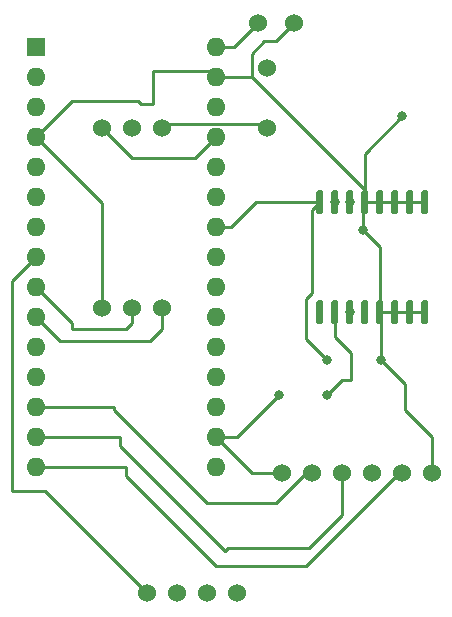
<source format=gbr>
%TF.GenerationSoftware,KiCad,Pcbnew,(5.1.10)-1*%
%TF.CreationDate,2021-10-20T12:04:40-04:00*%
%TF.ProjectId,mainboard,6d61696e-626f-4617-9264-2e6b69636164,rev?*%
%TF.SameCoordinates,Original*%
%TF.FileFunction,Copper,L1,Top*%
%TF.FilePolarity,Positive*%
%FSLAX46Y46*%
G04 Gerber Fmt 4.6, Leading zero omitted, Abs format (unit mm)*
G04 Created by KiCad (PCBNEW (5.1.10)-1) date 2021-10-20 12:04:40*
%MOMM*%
%LPD*%
G01*
G04 APERTURE LIST*
%TA.AperFunction,ComponentPad*%
%ADD10R,1.600000X1.600000*%
%TD*%
%TA.AperFunction,ComponentPad*%
%ADD11O,1.600000X1.600000*%
%TD*%
%TA.AperFunction,ComponentPad*%
%ADD12C,1.524000*%
%TD*%
%TA.AperFunction,ViaPad*%
%ADD13C,0.800000*%
%TD*%
%TA.AperFunction,Conductor*%
%ADD14C,0.250000*%
%TD*%
G04 APERTURE END LIST*
D10*
%TO.P,A1,1*%
%TO.N,Net-(A1-Pad1)*%
X90932000Y-57912000D03*
D11*
%TO.P,A1,17*%
%TO.N,Net-(10K1-Pad1)*%
X106172000Y-90932000D03*
%TO.P,A1,2*%
%TO.N,Net-(A1-Pad2)*%
X90932000Y-60452000D03*
%TO.P,A1,18*%
%TO.N,Net-(A1-Pad18)*%
X106172000Y-88392000D03*
%TO.P,A1,3*%
%TO.N,Net-(A1-Pad3)*%
X90932000Y-62992000D03*
%TO.P,A1,19*%
%TO.N,Net-(A1-Pad19)*%
X106172000Y-85852000D03*
%TO.P,A1,4*%
%TO.N,GND*%
X90932000Y-65532000D03*
%TO.P,A1,20*%
%TO.N,Net-(A1-Pad20)*%
X106172000Y-83312000D03*
%TO.P,A1,5*%
%TO.N,Net-(A1-Pad5)*%
X90932000Y-68072000D03*
%TO.P,A1,21*%
%TO.N,Net-(A1-Pad21)*%
X106172000Y-80772000D03*
%TO.P,A1,6*%
%TO.N,Net-(A1-Pad6)*%
X90932000Y-70612000D03*
%TO.P,A1,22*%
%TO.N,Net-(A1-Pad22)*%
X106172000Y-78232000D03*
%TO.P,A1,7*%
%TO.N,Net-(A1-Pad7)*%
X90932000Y-73152000D03*
%TO.P,A1,23*%
%TO.N,Net-(10K1-Pad2)*%
X106172000Y-75692000D03*
%TO.P,A1,8*%
%TO.N,Net-(A1-Pad8)*%
X90932000Y-75692000D03*
%TO.P,A1,24*%
%TO.N,Net-(4.7k1-Pad2)*%
X106172000Y-73152000D03*
%TO.P,A1,9*%
%TO.N,Net-(A1-Pad9)*%
X90932000Y-78232000D03*
%TO.P,A1,25*%
%TO.N,Net-(A1-Pad25)*%
X106172000Y-70612000D03*
%TO.P,A1,10*%
%TO.N,Net-(A1-Pad10)*%
X90932000Y-80772000D03*
%TO.P,A1,26*%
%TO.N,Net-(A1-Pad26)*%
X106172000Y-68072000D03*
%TO.P,A1,11*%
%TO.N,Net-(A1-Pad11)*%
X90932000Y-83312000D03*
%TO.P,A1,27*%
%TO.N,Net-(A1-Pad27)*%
X106172000Y-65532000D03*
%TO.P,A1,12*%
%TO.N,Net-(A1-Pad12)*%
X90932000Y-85852000D03*
%TO.P,A1,28*%
%TO.N,Net-(A1-Pad28)*%
X106172000Y-62992000D03*
%TO.P,A1,13*%
%TO.N,Net-(A1-Pad13)*%
X90932000Y-88392000D03*
%TO.P,A1,29*%
%TO.N,GND*%
X106172000Y-60452000D03*
%TO.P,A1,14*%
%TO.N,Net-(A1-Pad14)*%
X90932000Y-90932000D03*
%TO.P,A1,30*%
%TO.N,Net-(A1-Pad30)*%
X106172000Y-57912000D03*
%TO.P,A1,15*%
%TO.N,Net-(A1-Pad15)*%
X90932000Y-93472000D03*
%TO.P,A1,16*%
%TO.N,Net-(A1-Pad16)*%
X106172000Y-93472000D03*
%TD*%
%TO.P,U1,1*%
%TO.N,Net-(U1-Pad1)*%
%TA.AperFunction,SMDPad,CuDef*%
G36*
G01*
X115085000Y-81367000D02*
X114785000Y-81367000D01*
G75*
G02*
X114635000Y-81217000I0J150000D01*
G01*
X114635000Y-79467000D01*
G75*
G02*
X114785000Y-79317000I150000J0D01*
G01*
X115085000Y-79317000D01*
G75*
G02*
X115235000Y-79467000I0J-150000D01*
G01*
X115235000Y-81217000D01*
G75*
G02*
X115085000Y-81367000I-150000J0D01*
G01*
G37*
%TD.AperFunction*%
%TO.P,U1,2*%
%TO.N,Net-(10K1-Pad1)*%
%TA.AperFunction,SMDPad,CuDef*%
G36*
G01*
X116355000Y-81367000D02*
X116055000Y-81367000D01*
G75*
G02*
X115905000Y-81217000I0J150000D01*
G01*
X115905000Y-79467000D01*
G75*
G02*
X116055000Y-79317000I150000J0D01*
G01*
X116355000Y-79317000D01*
G75*
G02*
X116505000Y-79467000I0J-150000D01*
G01*
X116505000Y-81217000D01*
G75*
G02*
X116355000Y-81367000I-150000J0D01*
G01*
G37*
%TD.AperFunction*%
%TO.P,U1,3*%
%TO.N,Net-(A1-Pad5)*%
%TA.AperFunction,SMDPad,CuDef*%
G36*
G01*
X117625000Y-81367000D02*
X117325000Y-81367000D01*
G75*
G02*
X117175000Y-81217000I0J150000D01*
G01*
X117175000Y-79467000D01*
G75*
G02*
X117325000Y-79317000I150000J0D01*
G01*
X117625000Y-79317000D01*
G75*
G02*
X117775000Y-79467000I0J-150000D01*
G01*
X117775000Y-81217000D01*
G75*
G02*
X117625000Y-81367000I-150000J0D01*
G01*
G37*
%TD.AperFunction*%
%TO.P,U1,4*%
%TO.N,Net-(U1-Pad4)*%
%TA.AperFunction,SMDPad,CuDef*%
G36*
G01*
X118895000Y-81367000D02*
X118595000Y-81367000D01*
G75*
G02*
X118445000Y-81217000I0J150000D01*
G01*
X118445000Y-79467000D01*
G75*
G02*
X118595000Y-79317000I150000J0D01*
G01*
X118895000Y-79317000D01*
G75*
G02*
X119045000Y-79467000I0J-150000D01*
G01*
X119045000Y-81217000D01*
G75*
G02*
X118895000Y-81367000I-150000J0D01*
G01*
G37*
%TD.AperFunction*%
%TO.P,U1,5*%
%TO.N,GND*%
%TA.AperFunction,SMDPad,CuDef*%
G36*
G01*
X120165000Y-81367000D02*
X119865000Y-81367000D01*
G75*
G02*
X119715000Y-81217000I0J150000D01*
G01*
X119715000Y-79467000D01*
G75*
G02*
X119865000Y-79317000I150000J0D01*
G01*
X120165000Y-79317000D01*
G75*
G02*
X120315000Y-79467000I0J-150000D01*
G01*
X120315000Y-81217000D01*
G75*
G02*
X120165000Y-81367000I-150000J0D01*
G01*
G37*
%TD.AperFunction*%
%TO.P,U1,6*%
%TA.AperFunction,SMDPad,CuDef*%
G36*
G01*
X121435000Y-81367000D02*
X121135000Y-81367000D01*
G75*
G02*
X120985000Y-81217000I0J150000D01*
G01*
X120985000Y-79467000D01*
G75*
G02*
X121135000Y-79317000I150000J0D01*
G01*
X121435000Y-79317000D01*
G75*
G02*
X121585000Y-79467000I0J-150000D01*
G01*
X121585000Y-81217000D01*
G75*
G02*
X121435000Y-81367000I-150000J0D01*
G01*
G37*
%TD.AperFunction*%
%TO.P,U1,7*%
%TA.AperFunction,SMDPad,CuDef*%
G36*
G01*
X122705000Y-81367000D02*
X122405000Y-81367000D01*
G75*
G02*
X122255000Y-81217000I0J150000D01*
G01*
X122255000Y-79467000D01*
G75*
G02*
X122405000Y-79317000I150000J0D01*
G01*
X122705000Y-79317000D01*
G75*
G02*
X122855000Y-79467000I0J-150000D01*
G01*
X122855000Y-81217000D01*
G75*
G02*
X122705000Y-81367000I-150000J0D01*
G01*
G37*
%TD.AperFunction*%
%TO.P,U1,8*%
%TA.AperFunction,SMDPad,CuDef*%
G36*
G01*
X123975000Y-81367000D02*
X123675000Y-81367000D01*
G75*
G02*
X123525000Y-81217000I0J150000D01*
G01*
X123525000Y-79467000D01*
G75*
G02*
X123675000Y-79317000I150000J0D01*
G01*
X123975000Y-79317000D01*
G75*
G02*
X124125000Y-79467000I0J-150000D01*
G01*
X124125000Y-81217000D01*
G75*
G02*
X123975000Y-81367000I-150000J0D01*
G01*
G37*
%TD.AperFunction*%
%TO.P,U1,9*%
%TA.AperFunction,SMDPad,CuDef*%
G36*
G01*
X123975000Y-72067000D02*
X123675000Y-72067000D01*
G75*
G02*
X123525000Y-71917000I0J150000D01*
G01*
X123525000Y-70167000D01*
G75*
G02*
X123675000Y-70017000I150000J0D01*
G01*
X123975000Y-70017000D01*
G75*
G02*
X124125000Y-70167000I0J-150000D01*
G01*
X124125000Y-71917000D01*
G75*
G02*
X123975000Y-72067000I-150000J0D01*
G01*
G37*
%TD.AperFunction*%
%TO.P,U1,10*%
%TA.AperFunction,SMDPad,CuDef*%
G36*
G01*
X122705000Y-72067000D02*
X122405000Y-72067000D01*
G75*
G02*
X122255000Y-71917000I0J150000D01*
G01*
X122255000Y-70167000D01*
G75*
G02*
X122405000Y-70017000I150000J0D01*
G01*
X122705000Y-70017000D01*
G75*
G02*
X122855000Y-70167000I0J-150000D01*
G01*
X122855000Y-71917000D01*
G75*
G02*
X122705000Y-72067000I-150000J0D01*
G01*
G37*
%TD.AperFunction*%
%TO.P,U1,11*%
%TA.AperFunction,SMDPad,CuDef*%
G36*
G01*
X121435000Y-72067000D02*
X121135000Y-72067000D01*
G75*
G02*
X120985000Y-71917000I0J150000D01*
G01*
X120985000Y-70167000D01*
G75*
G02*
X121135000Y-70017000I150000J0D01*
G01*
X121435000Y-70017000D01*
G75*
G02*
X121585000Y-70167000I0J-150000D01*
G01*
X121585000Y-71917000D01*
G75*
G02*
X121435000Y-72067000I-150000J0D01*
G01*
G37*
%TD.AperFunction*%
%TO.P,U1,12*%
%TA.AperFunction,SMDPad,CuDef*%
G36*
G01*
X120165000Y-72067000D02*
X119865000Y-72067000D01*
G75*
G02*
X119715000Y-71917000I0J150000D01*
G01*
X119715000Y-70167000D01*
G75*
G02*
X119865000Y-70017000I150000J0D01*
G01*
X120165000Y-70017000D01*
G75*
G02*
X120315000Y-70167000I0J-150000D01*
G01*
X120315000Y-71917000D01*
G75*
G02*
X120165000Y-72067000I-150000J0D01*
G01*
G37*
%TD.AperFunction*%
%TO.P,U1,13*%
%TA.AperFunction,SMDPad,CuDef*%
G36*
G01*
X118895000Y-72067000D02*
X118595000Y-72067000D01*
G75*
G02*
X118445000Y-71917000I0J150000D01*
G01*
X118445000Y-70167000D01*
G75*
G02*
X118595000Y-70017000I150000J0D01*
G01*
X118895000Y-70017000D01*
G75*
G02*
X119045000Y-70167000I0J-150000D01*
G01*
X119045000Y-71917000D01*
G75*
G02*
X118895000Y-72067000I-150000J0D01*
G01*
G37*
%TD.AperFunction*%
%TO.P,U1,14*%
%TO.N,Net-(U1-Pad14)*%
%TA.AperFunction,SMDPad,CuDef*%
G36*
G01*
X117625000Y-72067000D02*
X117325000Y-72067000D01*
G75*
G02*
X117175000Y-71917000I0J150000D01*
G01*
X117175000Y-70167000D01*
G75*
G02*
X117325000Y-70017000I150000J0D01*
G01*
X117625000Y-70017000D01*
G75*
G02*
X117775000Y-70167000I0J-150000D01*
G01*
X117775000Y-71917000D01*
G75*
G02*
X117625000Y-72067000I-150000J0D01*
G01*
G37*
%TD.AperFunction*%
%TO.P,U1,15*%
%TO.N,Net-(10K1-Pad2)*%
%TA.AperFunction,SMDPad,CuDef*%
G36*
G01*
X116355000Y-72067000D02*
X116055000Y-72067000D01*
G75*
G02*
X115905000Y-71917000I0J150000D01*
G01*
X115905000Y-70167000D01*
G75*
G02*
X116055000Y-70017000I150000J0D01*
G01*
X116355000Y-70017000D01*
G75*
G02*
X116505000Y-70167000I0J-150000D01*
G01*
X116505000Y-71917000D01*
G75*
G02*
X116355000Y-72067000I-150000J0D01*
G01*
G37*
%TD.AperFunction*%
%TO.P,U1,16*%
%TO.N,Net-(4.7k1-Pad2)*%
%TA.AperFunction,SMDPad,CuDef*%
G36*
G01*
X115085000Y-72067000D02*
X114785000Y-72067000D01*
G75*
G02*
X114635000Y-71917000I0J150000D01*
G01*
X114635000Y-70167000D01*
G75*
G02*
X114785000Y-70017000I150000J0D01*
G01*
X115085000Y-70017000D01*
G75*
G02*
X115235000Y-70167000I0J-150000D01*
G01*
X115235000Y-71917000D01*
G75*
G02*
X115085000Y-72067000I-150000J0D01*
G01*
G37*
%TD.AperFunction*%
%TD*%
D12*
%TO.P,U4,1*%
%TO.N,Net-(10K1-Pad1)*%
X111760000Y-93980000D03*
%TO.P,U4,2*%
%TO.N,Net-(A1-Pad13)*%
X114300000Y-93980000D03*
%TO.P,U4,3*%
%TO.N,Net-(A1-Pad14)*%
X116840000Y-93980000D03*
%TO.P,U4,4*%
%TO.N,Net-(A1-Pad16)*%
X119380000Y-93980000D03*
%TO.P,U4,5*%
%TO.N,Net-(A1-Pad15)*%
X121920000Y-93980000D03*
%TO.P,U4,6*%
%TO.N,GND*%
X124460000Y-93980000D03*
%TD*%
%TO.P,U3,1*%
%TO.N,Net-(A1-Pad8)*%
X100330000Y-104140000D03*
%TO.P,U3,2*%
%TO.N,Net-(A1-Pad7)*%
X102870000Y-104140000D03*
%TO.P,U3,3*%
%TO.N,Net-(A1-Pad19)*%
X105410000Y-104140000D03*
%TO.P,U3,4*%
%TO.N,GND*%
X107950000Y-104140000D03*
%TD*%
%TO.P,U7,1*%
%TO.N,Net-(U6-Pad5)*%
X110490000Y-59690000D03*
%TO.P,U7,2*%
%TO.N,Net-(U6-Pad6)*%
X110490000Y-64770000D03*
%TD*%
%TO.P,U6,1*%
%TO.N,GND*%
X96520000Y-80010000D03*
%TO.P,U6,2*%
%TO.N,Net-(A1-Pad9)*%
X99060000Y-80010000D03*
%TO.P,U6,3*%
%TO.N,Net-(A1-Pad10)*%
X101600000Y-80010000D03*
%TO.P,U6,4*%
%TO.N,Net-(A1-Pad27)*%
X96520000Y-64770000D03*
%TO.P,U6,5*%
%TO.N,Net-(U6-Pad5)*%
X99060000Y-64770000D03*
%TO.P,U6,6*%
%TO.N,Net-(U6-Pad6)*%
X101600000Y-64770000D03*
%TD*%
%TO.P,U5,2*%
%TO.N,GND*%
X112776000Y-55880000D03*
%TO.P,U5,1*%
%TO.N,Net-(A1-Pad30)*%
X109728000Y-55880000D03*
%TD*%
D13*
%TO.N,Net-(10K1-Pad2)*%
X116205000Y-71042000D03*
%TO.N,Net-(10K1-Pad1)*%
X111506000Y-87314500D03*
X115570000Y-87314500D03*
%TO.N,Net-(4.7k1-Pad2)*%
X115570000Y-84389500D03*
%TO.N,GND*%
X120142000Y-84377000D03*
X121920000Y-63754000D03*
X118618000Y-73406000D03*
%TO.N,Net-(A1-Pad5)*%
X117475000Y-80342000D03*
%TO.N,Net-(U1-Pad14)*%
X117475000Y-71042000D03*
%TD*%
D14*
%TO.N,Net-(10K1-Pad1)*%
X109220000Y-93980000D02*
X106172000Y-90932000D01*
X111760000Y-93980000D02*
X109220000Y-93980000D01*
X107888500Y-90932000D02*
X111506000Y-87314500D01*
X106172000Y-90932000D02*
X107888500Y-90932000D01*
X116205000Y-80342000D02*
X116205000Y-82423000D01*
X116205000Y-82423000D02*
X117602000Y-83820000D01*
X117602000Y-83820000D02*
X117602000Y-86106000D01*
X116778500Y-86106000D02*
X115570000Y-87314500D01*
X117602000Y-86106000D02*
X116778500Y-86106000D01*
%TO.N,Net-(4.7k1-Pad2)*%
X114935000Y-71042000D02*
X109552000Y-71042000D01*
X107442000Y-73152000D02*
X106172000Y-73152000D01*
X109552000Y-71042000D02*
X107442000Y-73152000D01*
X114309990Y-71667010D02*
X114309990Y-78730010D01*
X114935000Y-71042000D02*
X114309990Y-71667010D01*
X114309990Y-78730010D02*
X113792000Y-79248000D01*
X113792000Y-82611500D02*
X115570000Y-84389500D01*
X113792000Y-79248000D02*
X113792000Y-82611500D01*
%TO.N,GND*%
X100838000Y-59944000D02*
X100838000Y-62738000D01*
X100838000Y-62738000D02*
X99822000Y-62738000D01*
X99822000Y-62738000D02*
X99568000Y-62484000D01*
X93980000Y-62484000D02*
X90932000Y-65532000D01*
X124460000Y-93980000D02*
X124460000Y-90932000D01*
X124460000Y-90932000D02*
X122174000Y-88646000D01*
X122174000Y-86409000D02*
X120142000Y-84377000D01*
X122174000Y-88646000D02*
X122174000Y-86409000D01*
X120142000Y-80469000D02*
X120015000Y-80342000D01*
X118618000Y-71169000D02*
X118745000Y-71042000D01*
X118745000Y-71042000D02*
X118745000Y-70017000D01*
X99568000Y-62484000D02*
X93980000Y-62484000D01*
X96520000Y-71120000D02*
X90932000Y-65532000D01*
X96520000Y-80010000D02*
X96520000Y-71120000D01*
X120142000Y-84377000D02*
X120142000Y-80469000D01*
X122555000Y-80342000D02*
X123825000Y-80342000D01*
X121285000Y-80342000D02*
X122555000Y-80342000D01*
X120015000Y-80342000D02*
X121285000Y-80342000D01*
X120015000Y-80342000D02*
X120015000Y-74803000D01*
X120015000Y-74803000D02*
X118618000Y-73406000D01*
X118618000Y-73406000D02*
X118618000Y-71169000D01*
X122555000Y-71042000D02*
X123825000Y-71042000D01*
X121285000Y-71042000D02*
X122555000Y-71042000D01*
X120015000Y-71042000D02*
X121285000Y-71042000D01*
X118745000Y-71042000D02*
X120015000Y-71042000D01*
X118745000Y-71042000D02*
X118745000Y-66929000D01*
X118745000Y-66929000D02*
X121920000Y-63754000D01*
X118745000Y-70017000D02*
X109180000Y-60452000D01*
X105664000Y-59944000D02*
X106172000Y-60452000D01*
X100838000Y-59944000D02*
X105664000Y-59944000D01*
X106172000Y-60452000D02*
X109180000Y-60452000D01*
X109180000Y-60452000D02*
X109180000Y-58460000D01*
X109180000Y-58460000D02*
X110236000Y-57404000D01*
X111252000Y-57404000D02*
X112776000Y-55880000D01*
X110236000Y-57404000D02*
X111252000Y-57404000D01*
%TO.N,Net-(A1-Pad8)*%
X88900000Y-77724000D02*
X88900000Y-95504000D01*
X90932000Y-75692000D02*
X88900000Y-77724000D01*
X91694000Y-95504000D02*
X100330000Y-104140000D01*
X88900000Y-95504000D02*
X91694000Y-95504000D01*
%TO.N,Net-(A1-Pad9)*%
X99060000Y-80010000D02*
X99060000Y-81280000D01*
X99060000Y-81280000D02*
X98552000Y-81788000D01*
X98552000Y-81788000D02*
X93980000Y-81788000D01*
X93980000Y-81280000D02*
X90932000Y-78232000D01*
X93980000Y-81788000D02*
X93980000Y-81280000D01*
%TO.N,Net-(A1-Pad10)*%
X92964000Y-82804000D02*
X90932000Y-80772000D01*
X100584000Y-82804000D02*
X92964000Y-82804000D01*
X101600000Y-81788000D02*
X100584000Y-82804000D01*
X101600000Y-80010000D02*
X101600000Y-81788000D01*
%TO.N,Net-(A1-Pad27)*%
X96520000Y-64770000D02*
X99060000Y-67310000D01*
X104394000Y-67310000D02*
X106172000Y-65532000D01*
X99060000Y-67310000D02*
X104394000Y-67310000D01*
%TO.N,Net-(A1-Pad13)*%
X113792000Y-93980000D02*
X114300000Y-93980000D01*
X111252000Y-96520000D02*
X113792000Y-93980000D01*
X105410000Y-96520000D02*
X111252000Y-96520000D01*
X97536000Y-88646000D02*
X105410000Y-96520000D01*
X97536000Y-88392000D02*
X97536000Y-88646000D01*
X90932000Y-88392000D02*
X97536000Y-88392000D01*
%TO.N,Net-(A1-Pad14)*%
X116840000Y-97536000D02*
X116840000Y-93980000D01*
X114046000Y-100330000D02*
X116840000Y-97536000D01*
X106934000Y-100584000D02*
X107188000Y-100330000D01*
X98044000Y-91694000D02*
X106934000Y-100584000D01*
X107188000Y-100330000D02*
X114046000Y-100330000D01*
X98044000Y-90932000D02*
X98044000Y-91694000D01*
X90932000Y-90932000D02*
X98044000Y-90932000D01*
%TO.N,Net-(A1-Pad30)*%
X107696000Y-57912000D02*
X109728000Y-55880000D01*
X106172000Y-57912000D02*
X107696000Y-57912000D01*
%TO.N,Net-(A1-Pad15)*%
X98552000Y-93472000D02*
X90932000Y-93472000D01*
X98552000Y-93472000D02*
X98552000Y-94234000D01*
X98552000Y-94234000D02*
X106172000Y-101854000D01*
X106172000Y-101854000D02*
X113792000Y-101854000D01*
X121666000Y-93980000D02*
X121920000Y-93980000D01*
X113792000Y-101854000D02*
X121666000Y-93980000D01*
%TO.N,Net-(U6-Pad6)*%
X110126999Y-64406999D02*
X110490000Y-64770000D01*
X101963001Y-64406999D02*
X110126999Y-64406999D01*
X101600000Y-64770000D02*
X101963001Y-64406999D01*
%TD*%
M02*

</source>
